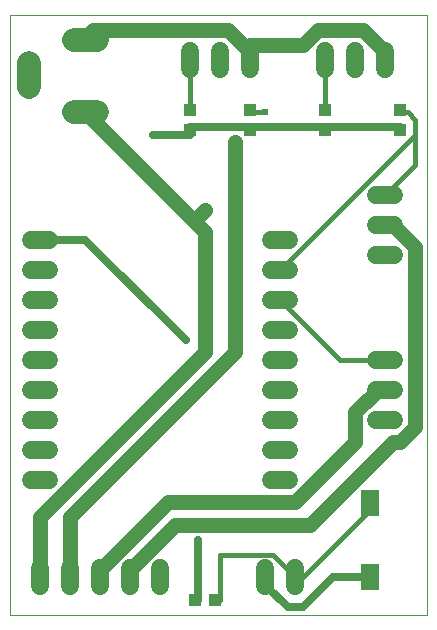
<source format=gtl>
G75*
%MOIN*%
%OFA0B0*%
%FSLAX25Y25*%
%IPPOS*%
%LPD*%
%AMOC8*
5,1,8,0,0,1.08239X$1,22.5*
%
%ADD10C,0.00000*%
%ADD11C,0.07874*%
%ADD12C,0.06000*%
%ADD13R,0.04331X0.03937*%
%ADD14R,0.06299X0.09055*%
%ADD15R,0.03937X0.04331*%
%ADD16C,0.05000*%
%ADD17C,0.02400*%
%ADD18C,0.01500*%
%ADD19C,0.02500*%
D10*
X0001000Y0001000D02*
X0001000Y0200961D01*
X0139701Y0200961D01*
X0139701Y0001000D01*
X0001000Y0001000D01*
D11*
X0022063Y0168795D02*
X0029937Y0168795D01*
X0029937Y0192811D02*
X0022063Y0192811D01*
X0007102Y0184937D02*
X0007102Y0177063D01*
D12*
X0008000Y0126000D02*
X0014000Y0126000D01*
X0014000Y0116000D02*
X0008000Y0116000D01*
X0008000Y0106000D02*
X0014000Y0106000D01*
X0014000Y0096000D02*
X0008000Y0096000D01*
X0008000Y0086000D02*
X0014000Y0086000D01*
X0014000Y0076000D02*
X0008000Y0076000D01*
X0008000Y0066000D02*
X0014000Y0066000D01*
X0014000Y0056000D02*
X0008000Y0056000D01*
X0008000Y0046000D02*
X0014000Y0046000D01*
X0011000Y0016500D02*
X0011000Y0010500D01*
X0021000Y0010500D02*
X0021000Y0016500D01*
X0031000Y0016500D02*
X0031000Y0010500D01*
X0041000Y0010500D02*
X0041000Y0016500D01*
X0051000Y0016500D02*
X0051000Y0010500D01*
X0086000Y0010500D02*
X0086000Y0016500D01*
X0096000Y0016500D02*
X0096000Y0010500D01*
X0094000Y0046000D02*
X0088000Y0046000D01*
X0088000Y0056000D02*
X0094000Y0056000D01*
X0094000Y0066000D02*
X0088000Y0066000D01*
X0088000Y0076000D02*
X0094000Y0076000D01*
X0094000Y0086000D02*
X0088000Y0086000D01*
X0088000Y0096000D02*
X0094000Y0096000D01*
X0094000Y0106000D02*
X0088000Y0106000D01*
X0088000Y0116000D02*
X0094000Y0116000D01*
X0094000Y0126000D02*
X0088000Y0126000D01*
X0123000Y0121000D02*
X0129000Y0121000D01*
X0129000Y0131000D02*
X0123000Y0131000D01*
X0123000Y0141000D02*
X0129000Y0141000D01*
X0126000Y0183000D02*
X0126000Y0189000D01*
X0116000Y0189000D02*
X0116000Y0183000D01*
X0106000Y0183000D02*
X0106000Y0189000D01*
X0081000Y0189000D02*
X0081000Y0183000D01*
X0071000Y0183000D02*
X0071000Y0189000D01*
X0061000Y0189000D02*
X0061000Y0183000D01*
X0123000Y0086000D02*
X0129000Y0086000D01*
X0129000Y0076000D02*
X0123000Y0076000D01*
X0123000Y0066000D02*
X0129000Y0066000D01*
D13*
X0131000Y0162654D03*
X0131000Y0169346D03*
X0106000Y0169346D03*
X0106000Y0162654D03*
X0081000Y0162654D03*
X0081000Y0169346D03*
X0061000Y0169346D03*
X0061000Y0162654D03*
D14*
X0121000Y0038402D03*
X0121000Y0013598D03*
D15*
X0069346Y0006000D03*
X0062654Y0006000D03*
D16*
X0041000Y0016000D02*
X0056000Y0031000D01*
X0101000Y0031000D01*
X0128500Y0058500D01*
X0131000Y0058500D01*
X0136000Y0063500D01*
X0136000Y0123500D01*
X0128500Y0131000D01*
X0126000Y0131000D01*
X0126000Y0076000D02*
X0123500Y0076000D01*
X0116000Y0068500D01*
X0116000Y0058500D01*
X0096000Y0038500D01*
X0053500Y0038500D01*
X0031000Y0016000D01*
X0031000Y0013500D01*
X0021000Y0013500D02*
X0021000Y0033500D01*
X0076000Y0088500D01*
X0076000Y0158500D01*
X0066000Y0136000D02*
X0062250Y0132250D01*
X0066000Y0128500D01*
X0066000Y0088500D01*
X0011000Y0033500D01*
X0011000Y0013500D01*
X0041000Y0013500D02*
X0041000Y0016000D01*
X0062250Y0132250D02*
X0026000Y0168500D01*
X0026000Y0168795D01*
X0026000Y0192811D02*
X0026000Y0193500D01*
X0028500Y0196000D01*
X0073500Y0196000D01*
X0081000Y0188500D01*
X0081000Y0186000D01*
X0081000Y0191000D01*
X0098500Y0191000D01*
X0103500Y0196000D01*
X0118500Y0196000D01*
X0126000Y0188500D01*
X0126000Y0186000D01*
D17*
X0086000Y0168500D03*
X0076000Y0158500D03*
X0066000Y0136000D03*
X0048500Y0161000D03*
X0059500Y0092500D03*
X0063500Y0026000D03*
D18*
X0071000Y0021000D02*
X0088500Y0021000D01*
X0096000Y0013500D01*
X0098500Y0013500D01*
X0121000Y0036000D01*
X0121000Y0038402D01*
X0126000Y0086000D02*
X0111000Y0086000D01*
X0091000Y0106000D01*
X0091000Y0116000D02*
X0136000Y0161000D01*
X0136000Y0166000D01*
X0133500Y0168500D01*
X0131000Y0168500D01*
X0131000Y0169346D01*
X0136000Y0161000D02*
X0136000Y0151000D01*
X0126000Y0141000D01*
X0106000Y0169346D02*
X0106000Y0186000D01*
X0086000Y0168500D02*
X0081000Y0168500D01*
X0081000Y0169346D01*
X0061000Y0169346D02*
X0061000Y0186000D01*
X0071000Y0021000D02*
X0071000Y0006000D01*
X0069346Y0006000D01*
D19*
X0063500Y0006000D02*
X0062654Y0006000D01*
X0063500Y0006000D02*
X0063500Y0026000D01*
X0086000Y0013500D02*
X0086000Y0011000D01*
X0093500Y0003500D01*
X0098500Y0003500D01*
X0108500Y0013500D01*
X0121000Y0013500D01*
X0121000Y0013598D01*
X0059500Y0092500D02*
X0026000Y0126000D01*
X0011000Y0126000D01*
X0048500Y0161000D02*
X0061000Y0161000D01*
X0061000Y0162654D01*
X0061000Y0163500D01*
X0081000Y0163500D01*
X0081000Y0162654D01*
X0081000Y0163500D02*
X0106000Y0163500D01*
X0106000Y0162654D01*
X0106000Y0163500D02*
X0131000Y0163500D01*
X0131000Y0162654D01*
M02*

</source>
